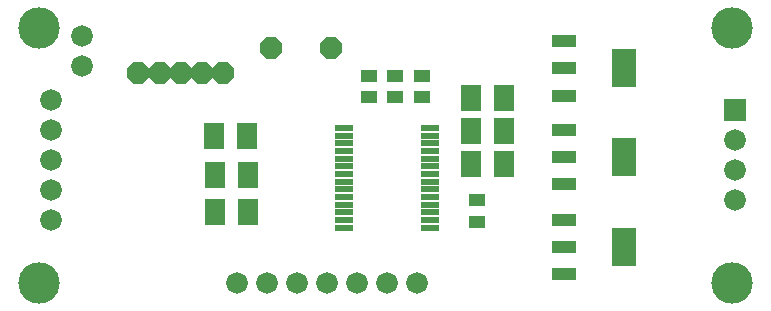
<source format=gts>
G75*
G70*
%OFA0B0*%
%FSLAX24Y24*%
%IPPOS*%
%LPD*%
%AMOC8*
5,1,8,0,0,1.08239X$1,22.5*
%
%ADD10R,0.0789X0.0395*%
%ADD11R,0.0808X0.1261*%
%ADD12R,0.0710X0.0867*%
%ADD13OC8,0.0710*%
%ADD14R,0.0552X0.0395*%
%ADD15C,0.0720*%
%ADD16R,0.0720X0.0720*%
%ADD17C,0.1380*%
%ADD18R,0.0630X0.0217*%
%ADD19OC8,0.0714*%
D10*
X018729Y001557D03*
X018733Y002462D03*
X018729Y003368D03*
X018729Y004557D03*
X018733Y005462D03*
X018729Y006368D03*
X018729Y007507D03*
X018733Y008412D03*
X018729Y009318D03*
D11*
X020733Y008412D03*
X020733Y005462D03*
X020733Y002462D03*
D12*
X016734Y005212D03*
X015631Y005212D03*
X015631Y006312D03*
X016734Y006312D03*
X016734Y007412D03*
X015631Y007412D03*
X008165Y006167D03*
X007063Y006167D03*
X007081Y004862D03*
X008184Y004862D03*
X008184Y003612D03*
X007081Y003612D03*
D13*
X008961Y009092D03*
X010961Y009092D03*
D14*
X012233Y008166D03*
X013083Y008166D03*
X013983Y008166D03*
X013983Y007458D03*
X013083Y007458D03*
X012233Y007458D03*
X015833Y004016D03*
X015833Y003308D03*
D15*
X013833Y001262D03*
X012833Y001262D03*
X011833Y001262D03*
X010833Y001262D03*
X009833Y001262D03*
X008833Y001262D03*
X007833Y001262D03*
X001633Y003362D03*
X001633Y004362D03*
X001633Y005362D03*
X001633Y006362D03*
X001633Y007362D03*
X002651Y008508D03*
X002651Y009508D03*
X024420Y006033D03*
X024420Y005033D03*
X024420Y004033D03*
D16*
X024420Y007033D03*
D17*
X001232Y001262D03*
X001233Y009762D03*
X024333Y009762D03*
X024333Y001262D03*
D18*
X014272Y003099D03*
X014272Y003355D03*
X014272Y003610D03*
X014272Y003866D03*
X014272Y004122D03*
X014272Y004378D03*
X014272Y004634D03*
X014272Y004890D03*
X014272Y005146D03*
X014272Y005402D03*
X014272Y005658D03*
X014272Y005914D03*
X014272Y006170D03*
X014272Y006425D03*
X011393Y006425D03*
X011393Y006170D03*
X011393Y005914D03*
X011393Y005658D03*
X011393Y005402D03*
X011393Y005146D03*
X011393Y004890D03*
X011393Y004634D03*
X011393Y004378D03*
X011393Y004122D03*
X011393Y003866D03*
X011393Y003610D03*
X011393Y003355D03*
X011393Y003099D03*
D19*
X007373Y008245D03*
X006664Y008245D03*
X005956Y008245D03*
X005247Y008245D03*
X004538Y008245D03*
M02*

</source>
